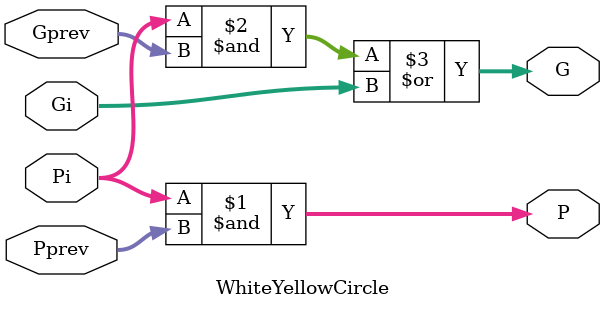
<source format=sv>
module Kogge_Stone_Adder
	(input logic[3:0]	A, B,
	input logic			Cin,
	output logic[3:0]	S,
	output logic		Cout);
	
	logic[2:0]			yellowCircleIn_P, yellowCircleIn_Pprev, yellowCircleIn_G, yellowCircleIn_Gprev;
	logic[1:0]			whiteYellowCircleIn_P, whiteYellowCircleIn_Pprev, whiteYellowCircleIn_G, whiteYellowCircleIn_Gprev;
	
	logic[3:0]			redBoxOut_P, redBoxOut_G;
	logic[2:0]			yellowCircleOut_P, yellowCircleOut_G;
	logic[1:0]			whiteYellowCircleOut_P, whiteYellowCircleOut_G;
	
	logic[3:0]			carryOut;
	
	logic[3:0]			sum;
	
	RedBox in(A, B, redBoxOut_P, redBoxOut_G);
	
	assign yellowCircleIn_P = redBoxOut_P[3:1];
	assign yellowCircleIn_Pprev = redBoxOut_P[2:0];
	
	assign yellowCircleIn_G = redBoxOut_G[3:1];
	assign yellowCircleIn_Gprev = redBoxOut_G[2:0];
	
	YellowCircle topLevel(yellowCircleIn_P, yellowCircleIn_Pprev, yellowCircleIn_G, yellowCircleIn_Gprev, yellowCircleOut_P, yellowCircleOut_G);
	
	assign whiteYellowCircleIn_P = yellowCircleOut_P[2:1];
	assign whiteYellowCircleIn_Pprev = {yellowCircleOut_P[0], redBoxOut_P[0]};
	
	assign whiteYellowCircleIn_G = yellowCircleOut_G[2:1];
	assign whiteYellowCircleIn_Gprev = {yellowCircleOut_G[0], redBoxOut_G[0]};
	
	WhiteYellowCircle secondLevel(whiteYellowCircleIn_P, whiteYellowCircleIn_Pprev, whiteYellowCircleIn_G, whiteYellowCircleIn_Gprev, whiteYellowCircleOut_P, whiteYellowCircleOut_G);
	
	assign carryOut = {whiteYellowCircleOut_G, yellowCircleOut_G[0], redBoxOut_G[0]};
	assign sum[0] = redBoxOut_P[0] ^ Cin;
	assign sum[3:1] = redBoxOut_P[3:1] ^ carryOut[2:0];
	
	assign S = sum;
	assign Cout = carryOut[3];

endmodule

module RedBox
	(input logic[3:0]	A, B,
	output logic[3:0]	P, G);
	
	assign P = A ^ B;
	assign G = A & B;

endmodule

module YellowCircle
	(input logic[2:0]	Pi, Pprev, Gi, Gprev,
	output logic[2:0]	P, G);
	
	assign P = Pi & Pprev;
	assign G = (Pi & Gprev) | Gi;

endmodule

module WhiteYellowCircle
	(input logic[1:0]	Pi, Pprev, Gi, Gprev,
	output logic[1:0]	P, G);
	
	assign P = Pi & Pprev;
	assign G = (Pi & Gprev) | Gi;

endmodule

</source>
